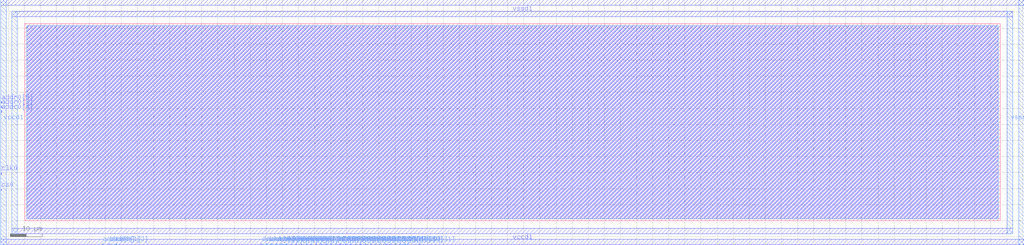
<source format=lef>
VERSION 5.4 ;
NAMESCASESENSITIVE ON ;
BUSBITCHARS "[]" ;
DIVIDERCHAR "/" ;
UNITS
  DATABASE MICRONS 2000 ;
END UNITS
MACRO sky130_rom_krom
   CLASS BLOCK ;
   SIZE 302.89 BY 61.28 ;
   SYMMETRY X Y R90 ;
   PIN clk0
      DIRECTION INPUT ;
      PORT
         LAYER met3 ;
         RECT  -7.48 14.51 -7.1 14.89 ;
      END
   END clk0
   PIN cs0
      DIRECTION INPUT ;
      PORT
         LAYER met3 ;
         RECT  -7.48 9.475 -7.1 9.855 ;
      END
   END cs0
   PIN addr0[0]
      DIRECTION INPUT ;
      PORT
         LAYER met4 ;
         RECT  24.07 -7.48 24.45 -7.1 ;
      END
   END addr0[0]
   PIN addr0[1]
      DIRECTION INPUT ;
      PORT
         LAYER met4 ;
         RECT  26.11 -7.48 26.49 -7.1 ;
      END
   END addr0[1]
   PIN addr0[2]
      DIRECTION INPUT ;
      PORT
         LAYER met4 ;
         RECT  28.15 -7.48 28.53 -7.1 ;
      END
   END addr0[2]
   PIN addr0[3]
      DIRECTION INPUT ;
      PORT
         LAYER met3 ;
         RECT  -7.48 35.19 -7.1 35.57 ;
      END
   END addr0[3]
   PIN addr0[4]
      DIRECTION INPUT ;
      PORT
         LAYER met3 ;
         RECT  -7.48 33.72 -7.1 34.1 ;
      END
   END addr0[4]
   PIN addr0[5]
      DIRECTION INPUT ;
      PORT
         LAYER met3 ;
         RECT  -7.48 36.675 -7.1 37.055 ;
      END
   END addr0[5]
   PIN dout0[0]
      DIRECTION OUTPUT ;
      PORT
         LAYER met4 ;
         RECT  73.355 -7.48 73.735 -7.1 ;
      END
   END dout0[0]
   PIN dout0[1]
      DIRECTION OUTPUT ;
      PORT
         LAYER met4 ;
         RECT  74.895 -7.48 75.275 -7.1 ;
      END
   END dout0[1]
   PIN dout0[2]
      DIRECTION OUTPUT ;
      PORT
         LAYER met4 ;
         RECT  76.435 -7.48 76.815 -7.1 ;
      END
   END dout0[2]
   PIN dout0[3]
      DIRECTION OUTPUT ;
      PORT
         LAYER met4 ;
         RECT  77.975 -7.48 78.355 -7.1 ;
      END
   END dout0[3]
   PIN dout0[4]
      DIRECTION OUTPUT ;
      PORT
         LAYER met4 ;
         RECT  79.515 -7.48 79.895 -7.1 ;
      END
   END dout0[4]
   PIN dout0[5]
      DIRECTION OUTPUT ;
      PORT
         LAYER met4 ;
         RECT  81.055 -7.48 81.435 -7.1 ;
      END
   END dout0[5]
   PIN dout0[6]
      DIRECTION OUTPUT ;
      PORT
         LAYER met4 ;
         RECT  82.595 -7.48 82.975 -7.1 ;
      END
   END dout0[6]
   PIN dout0[7]
      DIRECTION OUTPUT ;
      PORT
         LAYER met4 ;
         RECT  84.135 -7.48 84.515 -7.1 ;
      END
   END dout0[7]
   PIN dout0[8]
      DIRECTION OUTPUT ;
      PORT
         LAYER met4 ;
         RECT  85.675 -7.48 86.055 -7.1 ;
      END
   END dout0[8]
   PIN dout0[9]
      DIRECTION OUTPUT ;
      PORT
         LAYER met4 ;
         RECT  87.215 -7.48 87.595 -7.1 ;
      END
   END dout0[9]
   PIN dout0[10]
      DIRECTION OUTPUT ;
      PORT
         LAYER met4 ;
         RECT  88.755 -7.48 89.135 -7.1 ;
      END
   END dout0[10]
   PIN dout0[11]
      DIRECTION OUTPUT ;
      PORT
         LAYER met4 ;
         RECT  90.295 -7.48 90.675 -7.1 ;
      END
   END dout0[11]
   PIN dout0[12]
      DIRECTION OUTPUT ;
      PORT
         LAYER met4 ;
         RECT  91.835 -7.48 92.215 -7.1 ;
      END
   END dout0[12]
   PIN dout0[13]
      DIRECTION OUTPUT ;
      PORT
         LAYER met4 ;
         RECT  93.375 -7.48 93.755 -7.1 ;
      END
   END dout0[13]
   PIN dout0[14]
      DIRECTION OUTPUT ;
      PORT
         LAYER met4 ;
         RECT  94.915 -7.48 95.295 -7.1 ;
      END
   END dout0[14]
   PIN dout0[15]
      DIRECTION OUTPUT ;
      PORT
         LAYER met4 ;
         RECT  96.455 -7.48 96.835 -7.1 ;
      END
   END dout0[15]
   PIN dout0[16]
      DIRECTION OUTPUT ;
      PORT
         LAYER met4 ;
         RECT  97.995 -7.48 98.375 -7.1 ;
      END
   END dout0[16]
   PIN dout0[17]
      DIRECTION OUTPUT ;
      PORT
         LAYER met4 ;
         RECT  99.535 -7.48 99.915 -7.1 ;
      END
   END dout0[17]
   PIN dout0[18]
      DIRECTION OUTPUT ;
      PORT
         LAYER met4 ;
         RECT  101.075 -7.48 101.455 -7.1 ;
      END
   END dout0[18]
   PIN dout0[19]
      DIRECTION OUTPUT ;
      PORT
         LAYER met4 ;
         RECT  102.615 -7.48 102.995 -7.1 ;
      END
   END dout0[19]
   PIN dout0[20]
      DIRECTION OUTPUT ;
      PORT
         LAYER met4 ;
         RECT  104.155 -7.48 104.535 -7.1 ;
      END
   END dout0[20]
   PIN dout0[21]
      DIRECTION OUTPUT ;
      PORT
         LAYER met4 ;
         RECT  105.695 -7.48 106.075 -7.1 ;
      END
   END dout0[21]
   PIN dout0[22]
      DIRECTION OUTPUT ;
      PORT
         LAYER met4 ;
         RECT  107.235 -7.48 107.615 -7.1 ;
      END
   END dout0[22]
   PIN dout0[23]
      DIRECTION OUTPUT ;
      PORT
         LAYER met4 ;
         RECT  108.775 -7.48 109.155 -7.1 ;
      END
   END dout0[23]
   PIN dout0[24]
      DIRECTION OUTPUT ;
      PORT
         LAYER met4 ;
         RECT  110.315 -7.48 110.695 -7.1 ;
      END
   END dout0[24]
   PIN dout0[25]
      DIRECTION OUTPUT ;
      PORT
         LAYER met4 ;
         RECT  111.855 -7.48 112.235 -7.1 ;
      END
   END dout0[25]
   PIN dout0[26]
      DIRECTION OUTPUT ;
      PORT
         LAYER met4 ;
         RECT  113.395 -7.48 113.775 -7.1 ;
      END
   END dout0[26]
   PIN dout0[27]
      DIRECTION OUTPUT ;
      PORT
         LAYER met4 ;
         RECT  114.935 -7.48 115.315 -7.1 ;
      END
   END dout0[27]
   PIN dout0[28]
      DIRECTION OUTPUT ;
      PORT
         LAYER met4 ;
         RECT  116.475 -7.48 116.855 -7.1 ;
      END
   END dout0[28]
   PIN dout0[29]
      DIRECTION OUTPUT ;
      PORT
         LAYER met4 ;
         RECT  118.015 -7.48 118.395 -7.1 ;
      END
   END dout0[29]
   PIN dout0[30]
      DIRECTION OUTPUT ;
      PORT
         LAYER met4 ;
         RECT  118.81 -7.48 119.19 -7.1 ;
      END
   END dout0[30]
   PIN dout0[31]
      DIRECTION OUTPUT ;
      PORT
         LAYER met4 ;
         RECT  122.385 -7.48 122.765 -7.1 ;
      END
   END dout0[31]
   PIN vccd1
      DIRECTION INOUT ;
      USE POWER ; 
      SHAPE ABUTMENT ; 
      PORT
         LAYER met3 ;
         RECT  -7.48 67.02 310.37 68.76 ;
         LAYER met3 ;
         RECT  -7.48 -7.48 310.37 -5.74 ;
         LAYER met4 ;
         RECT  308.63 -7.48 310.37 68.76 ;
         LAYER met4 ;
         RECT  -7.48 -7.48 -5.74 68.76 ;
      END
   END vccd1
   PIN vssd1
      DIRECTION INOUT ;
      USE GROUND ; 
      SHAPE ABUTMENT ; 
      PORT
         LAYER met3 ;
         RECT  -4.0 -4.0 306.89 -2.26 ;
         LAYER met3 ;
         RECT  -4.0 63.54 306.89 65.28 ;
         LAYER met4 ;
         RECT  -4.0 -4.0 -2.26 65.28 ;
         LAYER met4 ;
         RECT  305.15 -4.0 306.89 65.28 ;
      END
   END vssd1
   OBS
   LAYER  met1 ;
      RECT  0.62 0.62 302.27 60.66 ;
   LAYER  met2 ;
      RECT  0.62 0.62 302.27 60.66 ;
   LAYER  met3 ;
      RECT  0.62 0.62 302.27 60.66 ;
   LAYER  met4 ;
      RECT  0.62 0.62 302.27 60.66 ;
   END
END    sky130_rom_krom
END    LIBRARY

</source>
